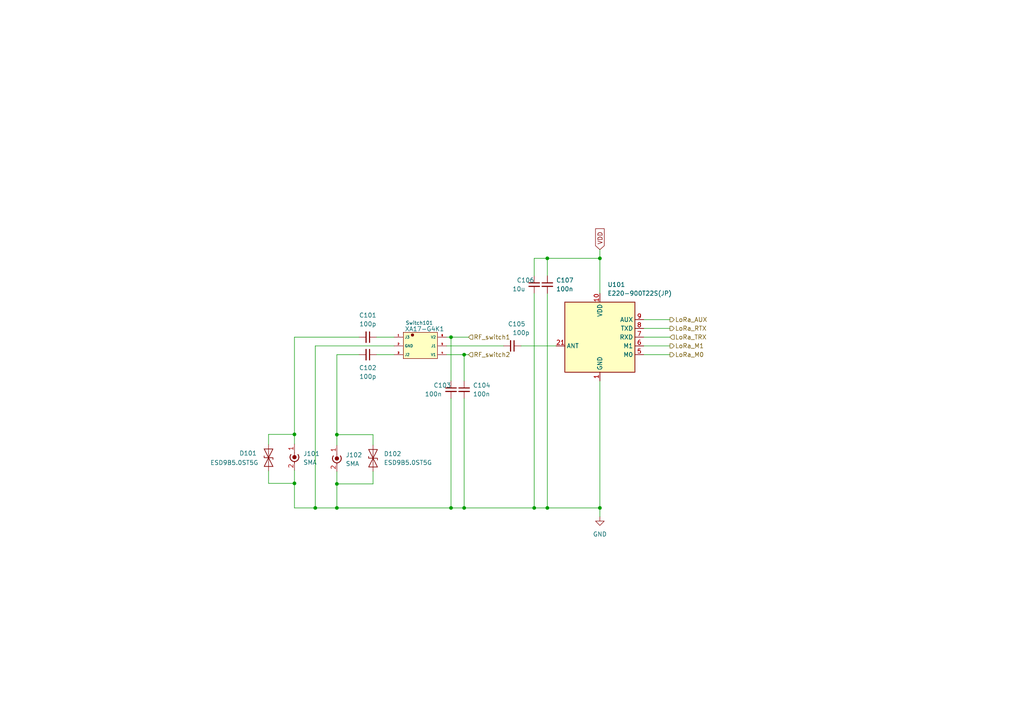
<source format=kicad_sch>
(kicad_sch
	(version 20231120)
	(generator "eeschema")
	(generator_version "8.0")
	(uuid "d339b9d8-51a7-460e-bb19-8d8c25d3e2aa")
	(paper "A4")
	(lib_symbols
		(symbol "Connector:Conn_Coaxial_Power"
			(pin_names
				(offset 1.016) hide)
			(exclude_from_sim no)
			(in_bom yes)
			(on_board yes)
			(property "Reference" "J"
				(at -5.08 -1.27 90)
				(effects
					(font
						(size 1.27 1.27)
					)
				)
			)
			(property "Value" "Conn_Coaxial_Power"
				(at -3.175 -1.27 90)
				(effects
					(font
						(size 1.27 1.27)
					)
				)
			)
			(property "Footprint" ""
				(at 0 -1.27 0)
				(effects
					(font
						(size 1.27 1.27)
					)
					(hide yes)
				)
			)
			(property "Datasheet" "~"
				(at 0 -1.27 0)
				(effects
					(font
						(size 1.27 1.27)
					)
					(hide yes)
				)
			)
			(property "Description" "coaxial connector (BNC, SMA, SMB, SMC, Cinch/RCA, LEMO, ...)"
				(at 0 0 0)
				(effects
					(font
						(size 1.27 1.27)
					)
					(hide yes)
				)
			)
			(property "ki_keywords" "BNC SMA SMB SMC LEMO coaxial connector CINCH RCA"
				(at 0 0 0)
				(effects
					(font
						(size 1.27 1.27)
					)
					(hide yes)
				)
			)
			(property "ki_fp_filters" "*BNC* *SMA* *SMB* *SMC* *Cinch* *LEMO*"
				(at 0 0 0)
				(effects
					(font
						(size 1.27 1.27)
					)
					(hide yes)
				)
			)
			(symbol "Conn_Coaxial_Power_0_1"
				(arc
					(start -1.27 -1.27)
					(mid 0 -2.5345)
					(end 1.27 -1.27)
					(stroke
						(width 0.254)
						(type default)
					)
					(fill
						(type none)
					)
				)
				(arc
					(start -1.016 -0.508)
					(mid -1.2048 -0.8684)
					(end -1.27 -1.27)
					(stroke
						(width 0.254)
						(type default)
					)
					(fill
						(type none)
					)
				)
				(circle
					(center 0 -1.27)
					(radius 0.508)
					(stroke
						(width 0.2032)
						(type default)
					)
					(fill
						(type outline)
					)
				)
				(polyline
					(pts
						(xy 0 -2.54) (xy 0 -3.048)
					)
					(stroke
						(width 0)
						(type default)
					)
					(fill
						(type none)
					)
				)
				(polyline
					(pts
						(xy 0 0) (xy 0 -1.27)
					)
					(stroke
						(width 0)
						(type default)
					)
					(fill
						(type none)
					)
				)
				(arc
					(start 1.27 -1.27)
					(mid 1.2048 -0.8684)
					(end 1.016 -0.508)
					(stroke
						(width 0.254)
						(type default)
					)
					(fill
						(type none)
					)
				)
			)
			(symbol "Conn_Coaxial_Power_1_1"
				(pin passive line
					(at 0 2.54 270)
					(length 2.54)
					(name "In"
						(effects
							(font
								(size 1.27 1.27)
							)
						)
					)
					(number "1"
						(effects
							(font
								(size 1.27 1.27)
							)
						)
					)
				)
				(pin passive line
					(at 0 -5.08 90)
					(length 2.54)
					(name "Ext"
						(effects
							(font
								(size 1.27 1.27)
							)
						)
					)
					(number "2"
						(effects
							(font
								(size 1.27 1.27)
							)
						)
					)
				)
			)
		)
		(symbol "Device:C_Small"
			(pin_numbers hide)
			(pin_names
				(offset 0.254) hide)
			(exclude_from_sim no)
			(in_bom yes)
			(on_board yes)
			(property "Reference" "C"
				(at 0.254 1.778 0)
				(effects
					(font
						(size 1.27 1.27)
					)
					(justify left)
				)
			)
			(property "Value" "C_Small"
				(at 0.254 -2.032 0)
				(effects
					(font
						(size 1.27 1.27)
					)
					(justify left)
				)
			)
			(property "Footprint" ""
				(at 0 0 0)
				(effects
					(font
						(size 1.27 1.27)
					)
					(hide yes)
				)
			)
			(property "Datasheet" "~"
				(at 0 0 0)
				(effects
					(font
						(size 1.27 1.27)
					)
					(hide yes)
				)
			)
			(property "Description" "Unpolarized capacitor, small symbol"
				(at 0 0 0)
				(effects
					(font
						(size 1.27 1.27)
					)
					(hide yes)
				)
			)
			(property "ki_keywords" "capacitor cap"
				(at 0 0 0)
				(effects
					(font
						(size 1.27 1.27)
					)
					(hide yes)
				)
			)
			(property "ki_fp_filters" "C_*"
				(at 0 0 0)
				(effects
					(font
						(size 1.27 1.27)
					)
					(hide yes)
				)
			)
			(symbol "C_Small_0_1"
				(polyline
					(pts
						(xy -1.524 -0.508) (xy 1.524 -0.508)
					)
					(stroke
						(width 0.3302)
						(type default)
					)
					(fill
						(type none)
					)
				)
				(polyline
					(pts
						(xy -1.524 0.508) (xy 1.524 0.508)
					)
					(stroke
						(width 0.3048)
						(type default)
					)
					(fill
						(type none)
					)
				)
			)
			(symbol "C_Small_1_1"
				(pin passive line
					(at 0 2.54 270)
					(length 2.032)
					(name "~"
						(effects
							(font
								(size 1.27 1.27)
							)
						)
					)
					(number "1"
						(effects
							(font
								(size 1.27 1.27)
							)
						)
					)
				)
				(pin passive line
					(at 0 -2.54 90)
					(length 2.032)
					(name "~"
						(effects
							(font
								(size 1.27 1.27)
							)
						)
					)
					(number "2"
						(effects
							(font
								(size 1.27 1.27)
							)
						)
					)
				)
			)
		)
		(symbol "Diode:ESD9B5.0ST5G"
			(pin_numbers hide)
			(pin_names
				(offset 1.016) hide)
			(exclude_from_sim no)
			(in_bom yes)
			(on_board yes)
			(property "Reference" "D"
				(at 0 2.54 0)
				(effects
					(font
						(size 1.27 1.27)
					)
				)
			)
			(property "Value" "ESD9B5.0ST5G"
				(at 0 -2.54 0)
				(effects
					(font
						(size 1.27 1.27)
					)
				)
			)
			(property "Footprint" "Diode_SMD:D_SOD-923"
				(at 0 0 0)
				(effects
					(font
						(size 1.27 1.27)
					)
					(hide yes)
				)
			)
			(property "Datasheet" "https://www.onsemi.com/pub/Collateral/ESD9B-D.PDF"
				(at 0 0 0)
				(effects
					(font
						(size 1.27 1.27)
					)
					(hide yes)
				)
			)
			(property "Description" "ESD protection diode, 5.0Vrwm, SOD-923"
				(at 0 0 0)
				(effects
					(font
						(size 1.27 1.27)
					)
					(hide yes)
				)
			)
			(property "ki_keywords" "diode TVS ESD"
				(at 0 0 0)
				(effects
					(font
						(size 1.27 1.27)
					)
					(hide yes)
				)
			)
			(property "ki_fp_filters" "D*SOD?923*"
				(at 0 0 0)
				(effects
					(font
						(size 1.27 1.27)
					)
					(hide yes)
				)
			)
			(symbol "ESD9B5.0ST5G_0_1"
				(polyline
					(pts
						(xy 1.27 0) (xy -1.27 0)
					)
					(stroke
						(width 0)
						(type default)
					)
					(fill
						(type none)
					)
				)
				(polyline
					(pts
						(xy -2.54 -1.27) (xy 0 0) (xy -2.54 1.27) (xy -2.54 -1.27)
					)
					(stroke
						(width 0.2032)
						(type default)
					)
					(fill
						(type none)
					)
				)
				(polyline
					(pts
						(xy 0.508 1.27) (xy 0 1.27) (xy 0 -1.27) (xy -0.508 -1.27)
					)
					(stroke
						(width 0.2032)
						(type default)
					)
					(fill
						(type none)
					)
				)
				(polyline
					(pts
						(xy 2.54 1.27) (xy 2.54 -1.27) (xy 0 0) (xy 2.54 1.27)
					)
					(stroke
						(width 0.2032)
						(type default)
					)
					(fill
						(type none)
					)
				)
			)
			(symbol "ESD9B5.0ST5G_1_1"
				(pin passive line
					(at -3.81 0 0)
					(length 2.54)
					(name "A1"
						(effects
							(font
								(size 1.27 1.27)
							)
						)
					)
					(number "1"
						(effects
							(font
								(size 1.27 1.27)
							)
						)
					)
				)
				(pin passive line
					(at 3.81 0 180)
					(length 2.54)
					(name "A2"
						(effects
							(font
								(size 1.27 1.27)
							)
						)
					)
					(number "2"
						(effects
							(font
								(size 1.27 1.27)
							)
						)
					)
				)
			)
		)
		(symbol "RF_Module_additional:E220-900T22S(JP)"
			(exclude_from_sim no)
			(in_bom yes)
			(on_board yes)
			(property "Reference" "U"
				(at -8.89 11.43 0)
				(effects
					(font
						(size 1.27 1.27)
					)
				)
			)
			(property "Value" "E220-900T22S(JP)"
				(at 11.43 11.43 0)
				(effects
					(font
						(size 1.27 1.27)
					)
				)
			)
			(property "Footprint" "RF_Module_additional:E220-900T22S(JP)"
				(at 0 0 0)
				(effects
					(font
						(size 1.27 1.27)
					)
					(hide yes)
				)
			)
			(property "Datasheet" "https://dragon-torch.tech/wp-content/uploads/2023/05/data_sheet_Rev1.4.pdf"
				(at 7.62 -11.43 0)
				(effects
					(font
						(size 1.27 1.27)
					)
					(hide yes)
				)
			)
			(property "Description" "920MHz LoRa Module, comply with Japanese wireless regulation"
				(at 0 0 0)
				(effects
					(font
						(size 1.27 1.27)
					)
					(hide yes)
				)
			)
			(property "ki_keywords" "RF 920 920MHz LoRa Module"
				(at 0 0 0)
				(effects
					(font
						(size 1.27 1.27)
					)
					(hide yes)
				)
			)
			(symbol "E220-900T22S(JP)_0_1"
				(rectangle
					(start -10.16 10.16)
					(end 10.16 -10.16)
					(stroke
						(width 0.254)
						(type default)
					)
					(fill
						(type background)
					)
				)
			)
			(symbol "E220-900T22S(JP)_1_1"
				(pin power_in line
					(at 0 -12.7 90)
					(length 2.54)
					(name "GND"
						(effects
							(font
								(size 1.27 1.27)
							)
						)
					)
					(number "1"
						(effects
							(font
								(size 1.27 1.27)
							)
						)
					)
				)
				(pin power_in line
					(at 0 12.7 270)
					(length 2.54)
					(name "VDD"
						(effects
							(font
								(size 1.27 1.27)
							)
						)
					)
					(number "10"
						(effects
							(font
								(size 1.27 1.27)
							)
						)
					)
				)
				(pin passive line
					(at 0 -12.7 90)
					(length 2.54) hide
					(name "GND"
						(effects
							(font
								(size 1.27 1.27)
							)
						)
					)
					(number "11"
						(effects
							(font
								(size 1.27 1.27)
							)
						)
					)
				)
				(pin passive line
					(at 0 -12.7 90)
					(length 2.54) hide
					(name "GND"
						(effects
							(font
								(size 1.27 1.27)
							)
						)
					)
					(number "13"
						(effects
							(font
								(size 1.27 1.27)
							)
						)
					)
				)
				(pin passive line
					(at 0 -12.7 90)
					(length 2.54) hide
					(name "GND"
						(effects
							(font
								(size 1.27 1.27)
							)
						)
					)
					(number "19"
						(effects
							(font
								(size 1.27 1.27)
							)
						)
					)
				)
				(pin passive line
					(at 0 -12.7 90)
					(length 2.54) hide
					(name "GND"
						(effects
							(font
								(size 1.27 1.27)
							)
						)
					)
					(number "2"
						(effects
							(font
								(size 1.27 1.27)
							)
						)
					)
				)
				(pin passive line
					(at 0 -12.7 90)
					(length 2.54) hide
					(name "GND"
						(effects
							(font
								(size 1.27 1.27)
							)
						)
					)
					(number "20"
						(effects
							(font
								(size 1.27 1.27)
							)
						)
					)
				)
				(pin power_in line
					(at -12.7 -2.54 0)
					(length 2.54)
					(name "ANT"
						(effects
							(font
								(size 1.27 1.27)
							)
						)
					)
					(number "21"
						(effects
							(font
								(size 1.27 1.27)
							)
						)
					)
				)
				(pin passive line
					(at 0 -12.7 90)
					(length 2.54) hide
					(name "GND"
						(effects
							(font
								(size 1.27 1.27)
							)
						)
					)
					(number "22"
						(effects
							(font
								(size 1.27 1.27)
							)
						)
					)
				)
				(pin passive line
					(at 0 -12.7 90)
					(length 2.54) hide
					(name "GND"
						(effects
							(font
								(size 1.27 1.27)
							)
						)
					)
					(number "3"
						(effects
							(font
								(size 1.27 1.27)
							)
						)
					)
				)
				(pin passive line
					(at 0 -12.7 90)
					(length 2.54) hide
					(name "GND"
						(effects
							(font
								(size 1.27 1.27)
							)
						)
					)
					(number "4"
						(effects
							(font
								(size 1.27 1.27)
							)
						)
					)
				)
				(pin input line
					(at 12.7 -5.08 180)
					(length 2.54)
					(name "M0"
						(effects
							(font
								(size 1.27 1.27)
							)
						)
					)
					(number "5"
						(effects
							(font
								(size 1.27 1.27)
							)
						)
					)
				)
				(pin input line
					(at 12.7 -2.54 180)
					(length 2.54)
					(name "M1"
						(effects
							(font
								(size 1.27 1.27)
							)
						)
					)
					(number "6"
						(effects
							(font
								(size 1.27 1.27)
							)
						)
					)
				)
				(pin input line
					(at 12.7 0 180)
					(length 2.54)
					(name "RXD"
						(effects
							(font
								(size 1.27 1.27)
							)
						)
					)
					(number "7"
						(effects
							(font
								(size 1.27 1.27)
							)
						)
					)
				)
				(pin output line
					(at 12.7 2.54 180)
					(length 2.54)
					(name "TXD"
						(effects
							(font
								(size 1.27 1.27)
							)
						)
					)
					(number "8"
						(effects
							(font
								(size 1.27 1.27)
							)
						)
					)
				)
				(pin output line
					(at 12.7 5.08 180)
					(length 2.54)
					(name "AUX"
						(effects
							(font
								(size 1.27 1.27)
							)
						)
					)
					(number "9"
						(effects
							(font
								(size 1.27 1.27)
							)
						)
					)
				)
			)
		)
		(symbol "XA17-G4K:XA17-G4K"
			(exclude_from_sim no)
			(in_bom yes)
			(on_board yes)
			(property "Reference" "XA17-G4K"
				(at 2.921 5.08 0)
				(effects
					(font
						(size 1.016 1.016)
					)
				)
			)
			(property "Value" ""
				(at 0 0 0)
				(effects
					(font
						(size 1.27 1.27)
					)
				)
			)
			(property "Footprint" ""
				(at 0 0 0)
				(effects
					(font
						(size 1.27 1.27)
					)
					(hide yes)
				)
			)
			(property "Datasheet" ""
				(at 0 0 0)
				(effects
					(font
						(size 1.27 1.27)
					)
					(hide yes)
				)
			)
			(property "Description" ""
				(at 0 0 0)
				(effects
					(font
						(size 1.27 1.27)
					)
					(hide yes)
				)
			)
			(symbol "XA17-G4K_1_1"
				(rectangle
					(start -4.953 3.937)
					(end 4.953 -3.683)
					(stroke
						(width 0)
						(type solid)
					)
					(fill
						(type background)
					)
				)
				(circle
					(center -2.286 3.175)
					(radius 0.381)
					(stroke
						(width 0)
						(type default)
					)
					(fill
						(type outline)
					)
				)
				(pin free line
					(at -7.62 2.54 0)
					(length 2.54)
					(name "J3"
						(effects
							(font
								(size 0.762 0.762)
							)
						)
					)
					(number "1"
						(effects
							(font
								(size 0.508 0.508)
							)
						)
					)
				)
				(pin free line
					(at -7.62 0 0)
					(length 2.54)
					(name "GND"
						(effects
							(font
								(size 0.762 0.762)
							)
						)
					)
					(number "2"
						(effects
							(font
								(size 0.508 0.508)
							)
						)
					)
				)
				(pin free line
					(at -7.62 -2.54 0)
					(length 2.54)
					(name "J2"
						(effects
							(font
								(size 0.762 0.762)
							)
						)
					)
					(number "3"
						(effects
							(font
								(size 0.508 0.508)
							)
						)
					)
				)
				(pin free line
					(at 7.62 -2.54 180)
					(length 2.54)
					(name "V1"
						(effects
							(font
								(size 0.762 0.762)
							)
						)
					)
					(number "4"
						(effects
							(font
								(size 0.508 0.508)
							)
						)
					)
				)
				(pin free line
					(at 7.62 0 180)
					(length 2.54)
					(name "J1"
						(effects
							(font
								(size 0.762 0.762)
							)
						)
					)
					(number "5"
						(effects
							(font
								(size 0.508 0.508)
							)
						)
					)
				)
				(pin free line
					(at 7.62 2.54 180)
					(length 2.54)
					(name "V2"
						(effects
							(font
								(size 0.762 0.762)
							)
						)
					)
					(number "6"
						(effects
							(font
								(size 0.508 0.508)
							)
						)
					)
				)
			)
		)
		(symbol "power:GND"
			(power)
			(pin_names
				(offset 0)
			)
			(exclude_from_sim no)
			(in_bom yes)
			(on_board yes)
			(property "Reference" "#PWR"
				(at 0 -6.35 0)
				(effects
					(font
						(size 1.27 1.27)
					)
					(hide yes)
				)
			)
			(property "Value" "GND"
				(at 0 -3.81 0)
				(effects
					(font
						(size 1.27 1.27)
					)
				)
			)
			(property "Footprint" ""
				(at 0 0 0)
				(effects
					(font
						(size 1.27 1.27)
					)
					(hide yes)
				)
			)
			(property "Datasheet" ""
				(at 0 0 0)
				(effects
					(font
						(size 1.27 1.27)
					)
					(hide yes)
				)
			)
			(property "Description" "Power symbol creates a global label with name \"GND\" , ground"
				(at 0 0 0)
				(effects
					(font
						(size 1.27 1.27)
					)
					(hide yes)
				)
			)
			(property "ki_keywords" "global power"
				(at 0 0 0)
				(effects
					(font
						(size 1.27 1.27)
					)
					(hide yes)
				)
			)
			(symbol "GND_0_1"
				(polyline
					(pts
						(xy 0 0) (xy 0 -1.27) (xy 1.27 -1.27) (xy 0 -2.54) (xy -1.27 -1.27) (xy 0 -1.27)
					)
					(stroke
						(width 0)
						(type default)
					)
					(fill
						(type none)
					)
				)
			)
			(symbol "GND_1_1"
				(pin power_in line
					(at 0 0 270)
					(length 0) hide
					(name "GND"
						(effects
							(font
								(size 1.27 1.27)
							)
						)
					)
					(number "1"
						(effects
							(font
								(size 1.27 1.27)
							)
						)
					)
				)
			)
		)
	)
	(junction
		(at 97.7064 126.0682)
		(diameter 0)
		(color 0 0 0 0)
		(uuid "05754398-e7f5-4454-ac2a-933e971a1868")
	)
	(junction
		(at 85.4018 140.1958)
		(diameter 0)
		(color 0 0 0 0)
		(uuid "2e6dd3c6-1ecc-48ae-b7b8-9f1d510423bd")
	)
	(junction
		(at 173.99 147.32)
		(diameter 0)
		(color 0 0 0 0)
		(uuid "355c01bf-ab79-4dd5-ba30-ae79abea33c3")
	)
	(junction
		(at 134.62 147.32)
		(diameter 0)
		(color 0 0 0 0)
		(uuid "37e715de-c5a2-4a99-8770-c59eed230a88")
	)
	(junction
		(at 173.99 74.93)
		(diameter 0)
		(color 0 0 0 0)
		(uuid "57ffcb14-8225-4f1d-8075-ee953724838f")
	)
	(junction
		(at 130.81 97.79)
		(diameter 0)
		(color 0 0 0 0)
		(uuid "7fa13b85-998a-476b-9ec9-941b405ad4be")
	)
	(junction
		(at 154.94 147.32)
		(diameter 0)
		(color 0 0 0 0)
		(uuid "8ec9b8d2-7105-4836-829c-0c4793ed3a9c")
	)
	(junction
		(at 134.62 102.87)
		(diameter 0)
		(color 0 0 0 0)
		(uuid "9acd7f40-5dab-4e9f-a255-d1235bf804c6")
	)
	(junction
		(at 158.75 147.32)
		(diameter 0)
		(color 0 0 0 0)
		(uuid "a8aa2793-baf2-483b-b20a-337b66a83a8b")
	)
	(junction
		(at 97.7064 140.3477)
		(diameter 0)
		(color 0 0 0 0)
		(uuid "c008021d-75b5-4a84-ae43-b2ee38dd3261")
	)
	(junction
		(at 130.81 147.32)
		(diameter 0)
		(color 0 0 0 0)
		(uuid "d2395486-833f-43c5-80e4-dcb9a8e18af7")
	)
	(junction
		(at 97.7064 147.32)
		(diameter 0)
		(color 0 0 0 0)
		(uuid "d3e385f2-3460-43cf-8bf1-608a1a8f1d21")
	)
	(junction
		(at 85.4018 125.9922)
		(diameter 0)
		(color 0 0 0 0)
		(uuid "e2550b78-0d45-4260-a772-867c2435fe04")
	)
	(junction
		(at 91.44 147.32)
		(diameter 0)
		(color 0 0 0 0)
		(uuid "ea4332a6-3a60-4e7f-b42e-f10166e6ee0b")
	)
	(junction
		(at 158.75 74.93)
		(diameter 0)
		(color 0 0 0 0)
		(uuid "f057d2b7-87b3-41bc-9666-cdd1a9a7936c")
	)
	(wire
		(pts
			(xy 85.4018 136.4082) (xy 85.4018 140.1958)
		)
		(stroke
			(width 0)
			(type default)
		)
		(uuid "06cd50a1-1287-4dcc-a968-a6846473d675")
	)
	(wire
		(pts
			(xy 154.94 147.32) (xy 158.75 147.32)
		)
		(stroke
			(width 0)
			(type default)
		)
		(uuid "09c5680e-351b-446a-8e75-fba7b9a1a3ad")
	)
	(wire
		(pts
			(xy 158.75 74.93) (xy 158.75 80.01)
		)
		(stroke
			(width 0)
			(type default)
		)
		(uuid "0bbed2cd-98e4-4fcd-b7ad-88f6edbf5cee")
	)
	(wire
		(pts
			(xy 97.7064 126.0682) (xy 97.7064 129.1679)
		)
		(stroke
			(width 0)
			(type default)
		)
		(uuid "17503497-1a37-448d-a64c-7342f8c0f37d")
	)
	(wire
		(pts
			(xy 173.99 147.32) (xy 173.99 149.86)
		)
		(stroke
			(width 0)
			(type default)
		)
		(uuid "182fb241-c2a4-4a2d-86ce-45b9e67cdba7")
	)
	(wire
		(pts
			(xy 108.1976 126.0682) (xy 97.7064 126.0682)
		)
		(stroke
			(width 0)
			(type default)
		)
		(uuid "18cd8214-5ff2-40d9-ac04-286462b59c9e")
	)
	(wire
		(pts
			(xy 130.81 97.79) (xy 135.89 97.79)
		)
		(stroke
			(width 0)
			(type default)
		)
		(uuid "24a909a9-0a62-40a2-8b3d-bd5775e94d99")
	)
	(wire
		(pts
			(xy 109.22 102.87) (xy 114.3 102.87)
		)
		(stroke
			(width 0)
			(type default)
		)
		(uuid "24d8b603-d3cf-4117-85f7-8352c730e6a9")
	)
	(wire
		(pts
			(xy 91.44 147.32) (xy 97.7064 147.32)
		)
		(stroke
			(width 0)
			(type default)
		)
		(uuid "318dd322-0d38-43d6-8030-27637c079724")
	)
	(wire
		(pts
			(xy 194.31 95.25) (xy 186.69 95.25)
		)
		(stroke
			(width 0)
			(type default)
		)
		(uuid "35b049f7-4421-4c0b-a0c7-fd996386beaf")
	)
	(wire
		(pts
			(xy 158.75 147.32) (xy 173.99 147.32)
		)
		(stroke
			(width 0)
			(type default)
		)
		(uuid "3d9c3178-d3af-4b4b-b4b0-5de4af503508")
	)
	(wire
		(pts
			(xy 108.1976 136.7141) (xy 108.1976 140.3477)
		)
		(stroke
			(width 0)
			(type default)
		)
		(uuid "42f0f5fb-d679-4cca-8b2e-ad7593110c46")
	)
	(wire
		(pts
			(xy 104.14 97.79) (xy 85.4018 97.79)
		)
		(stroke
			(width 0)
			(type default)
		)
		(uuid "4386dfd1-1cfc-4699-801a-be31b9d4d038")
	)
	(wire
		(pts
			(xy 194.31 100.33) (xy 186.69 100.33)
		)
		(stroke
			(width 0)
			(type default)
		)
		(uuid "487fc7eb-0e39-4365-9eb7-696ac6d007f6")
	)
	(wire
		(pts
			(xy 158.75 85.09) (xy 158.75 147.32)
		)
		(stroke
			(width 0)
			(type default)
		)
		(uuid "4920bcdd-325a-465b-8e4d-7514f699b0a9")
	)
	(wire
		(pts
			(xy 173.99 74.93) (xy 173.99 85.09)
		)
		(stroke
			(width 0)
			(type default)
		)
		(uuid "4be6cb6a-284d-4370-acd2-45a1b427dd85")
	)
	(wire
		(pts
			(xy 134.62 115.57) (xy 134.62 147.32)
		)
		(stroke
			(width 0)
			(type default)
		)
		(uuid "508ed199-6729-4873-a2fc-555df9482330")
	)
	(wire
		(pts
			(xy 134.62 102.87) (xy 134.62 110.49)
		)
		(stroke
			(width 0)
			(type default)
		)
		(uuid "51b0bcaf-3b37-44c3-874d-dfe68ec92947")
	)
	(wire
		(pts
			(xy 77.8917 136.5622) (xy 77.8917 140.1958)
		)
		(stroke
			(width 0)
			(type default)
		)
		(uuid "52861cce-e615-402d-9f6d-d015f682dd71")
	)
	(wire
		(pts
			(xy 77.8917 128.9422) (xy 77.8917 125.9922)
		)
		(stroke
			(width 0)
			(type default)
		)
		(uuid "616f9c31-c307-43ba-9c90-3d7b0c591f5a")
	)
	(wire
		(pts
			(xy 97.7064 147.32) (xy 130.81 147.32)
		)
		(stroke
			(width 0)
			(type default)
		)
		(uuid "617bcfb3-88be-4619-85c2-f3cb2d12ec78")
	)
	(wire
		(pts
			(xy 134.62 102.87) (xy 135.89 102.87)
		)
		(stroke
			(width 0)
			(type default)
		)
		(uuid "63e8a014-1629-450a-8a9e-f26d30b72e3d")
	)
	(wire
		(pts
			(xy 108.1976 140.3477) (xy 97.7064 140.3477)
		)
		(stroke
			(width 0)
			(type default)
		)
		(uuid "64e35c12-dd5d-489f-a470-638c3cec9d33")
	)
	(wire
		(pts
			(xy 186.69 97.79) (xy 194.31 97.79)
		)
		(stroke
			(width 0)
			(type default)
		)
		(uuid "6e2f2a86-94df-437a-bb89-1921fa4426ea")
	)
	(wire
		(pts
			(xy 129.54 97.79) (xy 130.81 97.79)
		)
		(stroke
			(width 0)
			(type default)
		)
		(uuid "6e54de74-ca99-4aa7-8f4d-9ae375d98134")
	)
	(wire
		(pts
			(xy 91.44 100.33) (xy 91.44 147.32)
		)
		(stroke
			(width 0)
			(type default)
		)
		(uuid "7037183a-4a15-4924-95f0-461ca1f7de17")
	)
	(wire
		(pts
			(xy 97.7064 140.3477) (xy 97.7064 147.32)
		)
		(stroke
			(width 0)
			(type default)
		)
		(uuid "76a67cef-ed16-449b-b8a8-b78ce7fdc53d")
	)
	(wire
		(pts
			(xy 154.94 85.09) (xy 154.94 147.32)
		)
		(stroke
			(width 0)
			(type default)
		)
		(uuid "77c958a1-9195-407b-b058-68c29f69b00c")
	)
	(wire
		(pts
			(xy 114.3 97.79) (xy 109.22 97.79)
		)
		(stroke
			(width 0)
			(type default)
		)
		(uuid "7bbe442c-7539-4010-bdff-d727731922b1")
	)
	(wire
		(pts
			(xy 173.99 72.39) (xy 173.99 74.93)
		)
		(stroke
			(width 0)
			(type default)
		)
		(uuid "7e332e91-c1d9-4e3e-8bf7-f0eeed868f41")
	)
	(wire
		(pts
			(xy 97.7064 102.87) (xy 104.14 102.87)
		)
		(stroke
			(width 0)
			(type default)
		)
		(uuid "80672e7b-a472-4be8-8605-fff90f37deed")
	)
	(wire
		(pts
			(xy 186.69 92.71) (xy 194.31 92.71)
		)
		(stroke
			(width 0)
			(type default)
		)
		(uuid "8069b63b-a7ee-4ae7-803b-f9b6e62dda2a")
	)
	(wire
		(pts
			(xy 129.54 102.87) (xy 134.62 102.87)
		)
		(stroke
			(width 0)
			(type default)
		)
		(uuid "80c95b3e-1e04-4ee5-8cc1-679e7e7e3ce6")
	)
	(wire
		(pts
			(xy 154.94 74.93) (xy 158.75 74.93)
		)
		(stroke
			(width 0)
			(type default)
		)
		(uuid "84033989-2ce9-4450-8815-c570a74fc22e")
	)
	(wire
		(pts
			(xy 114.3 100.33) (xy 91.44 100.33)
		)
		(stroke
			(width 0)
			(type default)
		)
		(uuid "85790077-733a-4ff0-b74f-ba99a817228f")
	)
	(wire
		(pts
			(xy 129.54 100.33) (xy 146.05 100.33)
		)
		(stroke
			(width 0)
			(type default)
		)
		(uuid "860559a2-076c-4c17-b8ab-7052185cbb90")
	)
	(wire
		(pts
			(xy 134.62 147.32) (xy 154.94 147.32)
		)
		(stroke
			(width 0)
			(type default)
		)
		(uuid "890a9cde-fd4b-417f-a027-5c957ea5083f")
	)
	(wire
		(pts
			(xy 85.4018 97.79) (xy 85.4018 125.9922)
		)
		(stroke
			(width 0)
			(type default)
		)
		(uuid "8ade3cc5-7670-48e4-ab4d-09ec30953f0a")
	)
	(wire
		(pts
			(xy 97.7064 102.87) (xy 97.7064 126.0682)
		)
		(stroke
			(width 0)
			(type default)
		)
		(uuid "8ba0b758-df27-44cc-ac41-5cf64a7ef758")
	)
	(wire
		(pts
			(xy 85.4018 147.32) (xy 91.44 147.32)
		)
		(stroke
			(width 0)
			(type default)
		)
		(uuid "8daeee9c-1b94-402b-911f-1d4d26482842")
	)
	(wire
		(pts
			(xy 154.94 80.01) (xy 154.94 74.93)
		)
		(stroke
			(width 0)
			(type default)
		)
		(uuid "96d28f05-2242-49d2-bbbb-98c5eea2c51a")
	)
	(wire
		(pts
			(xy 77.8917 140.1958) (xy 85.4018 140.1958)
		)
		(stroke
			(width 0)
			(type default)
		)
		(uuid "a04e00f8-269d-469e-acc3-14cfb738a24f")
	)
	(wire
		(pts
			(xy 97.7064 136.7879) (xy 97.7064 140.3477)
		)
		(stroke
			(width 0)
			(type default)
		)
		(uuid "a5483205-669c-4a00-af5d-c4b4b1387cc8")
	)
	(wire
		(pts
			(xy 108.1976 129.0941) (xy 108.1976 126.0682)
		)
		(stroke
			(width 0)
			(type default)
		)
		(uuid "a95db9c5-7e1f-4592-b3fd-275556ceb256")
	)
	(wire
		(pts
			(xy 85.4018 125.9922) (xy 85.4018 128.7882)
		)
		(stroke
			(width 0)
			(type default)
		)
		(uuid "ad520e63-7e65-4835-bf96-86e5b3ee5452")
	)
	(wire
		(pts
			(xy 173.99 110.49) (xy 173.99 147.32)
		)
		(stroke
			(width 0)
			(type default)
		)
		(uuid "b0878cb7-e771-4d0e-99a7-9f13b16ee4ad")
	)
	(wire
		(pts
			(xy 130.81 97.79) (xy 130.81 110.49)
		)
		(stroke
			(width 0)
			(type default)
		)
		(uuid "baa1fe78-877a-442c-abe5-1f2c58ea8235")
	)
	(wire
		(pts
			(xy 77.8917 125.9922) (xy 85.4018 125.9922)
		)
		(stroke
			(width 0)
			(type default)
		)
		(uuid "baa9ce80-170b-4862-800f-393addb06d77")
	)
	(wire
		(pts
			(xy 85.4018 140.1958) (xy 85.4018 147.32)
		)
		(stroke
			(width 0)
			(type default)
		)
		(uuid "c47c827a-2b27-4f86-a8e7-508bc0dda052")
	)
	(wire
		(pts
			(xy 186.69 102.87) (xy 194.31 102.87)
		)
		(stroke
			(width 0)
			(type default)
		)
		(uuid "cab9b73e-0794-4d40-8c30-8473fd9820e9")
	)
	(wire
		(pts
			(xy 130.81 147.32) (xy 134.62 147.32)
		)
		(stroke
			(width 0)
			(type default)
		)
		(uuid "da501897-9043-4118-86f1-306a3619d923")
	)
	(wire
		(pts
			(xy 151.13 100.33) (xy 161.29 100.33)
		)
		(stroke
			(width 0)
			(type default)
		)
		(uuid "e0f3c9a7-a9d5-47c4-8041-682aaeeb65d7")
	)
	(wire
		(pts
			(xy 158.75 74.93) (xy 173.99 74.93)
		)
		(stroke
			(width 0)
			(type default)
		)
		(uuid "e4ba0dde-fcf8-4b39-97e9-02be8e3130dd")
	)
	(wire
		(pts
			(xy 130.81 115.57) (xy 130.81 147.32)
		)
		(stroke
			(width 0)
			(type default)
		)
		(uuid "e89cf384-6eea-4803-9e45-3a29af9f5e16")
	)
	(global_label "VDD"
		(shape input)
		(at 173.99 72.39 90)
		(fields_autoplaced yes)
		(effects
			(font
				(size 1.27 1.27)
			)
			(justify left)
		)
		(uuid "92f3ab37-83c7-498e-b38d-f33b4c137008")
		(property "Intersheetrefs" "${INTERSHEET_REFS}"
			(at 173.99 65.7762 90)
			(effects
				(font
					(size 1.27 1.27)
				)
				(justify left)
				(hide yes)
			)
		)
	)
	(hierarchical_label "LoRa_M0"
		(shape output)
		(at 194.31 102.87 0)
		(fields_autoplaced yes)
		(effects
			(font
				(size 1.27 1.27)
			)
			(justify left)
		)
		(uuid "0037211b-aaa7-4823-bcd5-63ac6d0e9f53")
	)
	(hierarchical_label "LoRa_AUX"
		(shape output)
		(at 194.31 92.71 0)
		(fields_autoplaced yes)
		(effects
			(font
				(size 1.27 1.27)
			)
			(justify left)
		)
		(uuid "2c9a0029-76b4-47eb-80ae-ef665d58823d")
	)
	(hierarchical_label "RF_switch2"
		(shape input)
		(at 135.89 102.87 0)
		(fields_autoplaced yes)
		(effects
			(font
				(size 1.27 1.27)
			)
			(justify left)
		)
		(uuid "403aa32d-ef46-4a53-9677-ca11344810a7")
	)
	(hierarchical_label "LoRa_M1"
		(shape output)
		(at 194.31 100.33 0)
		(fields_autoplaced yes)
		(effects
			(font
				(size 1.27 1.27)
			)
			(justify left)
		)
		(uuid "9a3fe4a3-b2d5-4d47-9469-048d39e88567")
	)
	(hierarchical_label "LoRa_RTX"
		(shape output)
		(at 194.31 95.25 0)
		(fields_autoplaced yes)
		(effects
			(font
				(size 1.27 1.27)
			)
			(justify left)
		)
		(uuid "a12fddad-04ab-413b-bd1c-a0c82f705466")
	)
	(hierarchical_label "LoRa_TRX"
		(shape input)
		(at 194.31 97.79 0)
		(fields_autoplaced yes)
		(effects
			(font
				(size 1.27 1.27)
			)
			(justify left)
		)
		(uuid "b4c040f4-72b7-4e68-a213-ac1b2004fa4d")
	)
	(hierarchical_label "RF_switch1"
		(shape input)
		(at 135.89 97.79 0)
		(fields_autoplaced yes)
		(effects
			(font
				(size 1.27 1.27)
			)
			(justify left)
		)
		(uuid "e5784af7-f52d-4392-b539-a1d12688e68d")
	)
	(symbol
		(lib_id "power:GND")
		(at 173.99 149.86 0)
		(unit 1)
		(exclude_from_sim no)
		(in_bom yes)
		(on_board yes)
		(dnp no)
		(fields_autoplaced yes)
		(uuid "14349938-dfe3-48cb-b1e2-a2ce153809ad")
		(property "Reference" "#PWR0101"
			(at 173.99 156.21 0)
			(effects
				(font
					(size 1.27 1.27)
				)
				(hide yes)
			)
		)
		(property "Value" "GND"
			(at 173.99 154.94 0)
			(effects
				(font
					(size 1.27 1.27)
				)
			)
		)
		(property "Footprint" ""
			(at 173.99 149.86 0)
			(effects
				(font
					(size 1.27 1.27)
				)
				(hide yes)
			)
		)
		(property "Datasheet" ""
			(at 173.99 149.86 0)
			(effects
				(font
					(size 1.27 1.27)
				)
				(hide yes)
			)
		)
		(property "Description" ""
			(at 173.99 149.86 0)
			(effects
				(font
					(size 1.27 1.27)
				)
				(hide yes)
			)
		)
		(pin "1"
			(uuid "b58a65d7-8594-44f4-b495-3f8ea5772e33")
		)
		(instances
			(project "LoRa"
				(path "/09ffad5f-d798-427b-afb7-94e9cea30a78/371b9fab-2c38-4ddb-b7b9-207fdf0685c9"
					(reference "#PWR0101")
					(unit 1)
				)
			)
			(project "LoRa"
				(path "/d339b9d8-51a7-460e-bb19-8d8c25d3e2aa"
					(reference "#PWR0101")
					(unit 1)
				)
			)
		)
	)
	(symbol
		(lib_id "Device:C_Small")
		(at 158.75 82.55 0)
		(unit 1)
		(exclude_from_sim no)
		(in_bom yes)
		(on_board yes)
		(dnp no)
		(uuid "3dcfd070-c625-41c6-b6c3-372a62eade29")
		(property "Reference" "C107"
			(at 161.29 81.2863 0)
			(effects
				(font
					(size 1.27 1.27)
				)
				(justify left)
			)
		)
		(property "Value" "100n"
			(at 161.29 83.82 0)
			(effects
				(font
					(size 1.27 1.27)
				)
				(justify left)
			)
		)
		(property "Footprint" "Capacitor_SMD:C_0402_1005Metric"
			(at 158.75 82.55 0)
			(effects
				(font
					(size 1.27 1.27)
				)
				(hide yes)
			)
		)
		(property "Datasheet" "~"
			(at 158.75 82.55 0)
			(effects
				(font
					(size 1.27 1.27)
				)
				(hide yes)
			)
		)
		(property "Description" ""
			(at 158.75 82.55 0)
			(effects
				(font
					(size 1.27 1.27)
				)
				(hide yes)
			)
		)
		(property "LCSC" "C1525"
			(at 158.75 82.55 0)
			(effects
				(font
					(size 1.27 1.27)
				)
				(hide yes)
			)
		)
		(pin "1"
			(uuid "3ee00330-c18f-4fa2-8da3-efd8eb74e855")
		)
		(pin "2"
			(uuid "40bdbeb4-06ad-49a1-a5dd-b17d4f4bd3fd")
		)
		(instances
			(project "LoRa"
				(path "/09ffad5f-d798-427b-afb7-94e9cea30a78/371b9fab-2c38-4ddb-b7b9-207fdf0685c9"
					(reference "C107")
					(unit 1)
				)
			)
			(project "LoRa"
				(path "/d339b9d8-51a7-460e-bb19-8d8c25d3e2aa"
					(reference "C107")
					(unit 1)
				)
			)
		)
	)
	(symbol
		(lib_id "Diode:ESD9B5.0ST5G")
		(at 108.1976 132.9041 90)
		(unit 1)
		(exclude_from_sim no)
		(in_bom yes)
		(on_board yes)
		(dnp no)
		(fields_autoplaced yes)
		(uuid "53546ecd-f41d-4e02-95e6-ffcd27f23300")
		(property "Reference" "D102"
			(at 111.3043 131.634 90)
			(effects
				(font
					(size 1.27 1.27)
				)
				(justify right)
			)
		)
		(property "Value" "ESD9B5.0ST5G"
			(at 111.3043 134.174 90)
			(effects
				(font
					(size 1.27 1.27)
				)
				(justify right)
			)
		)
		(property "Footprint" "Diode_SMD:D_SOD-882"
			(at 108.1976 132.9041 0)
			(effects
				(font
					(size 1.27 1.27)
				)
				(hide yes)
			)
		)
		(property "Datasheet" "https://www.onsemi.com/pub/Collateral/ESD9B-D.PDF"
			(at 108.1976 132.9041 0)
			(effects
				(font
					(size 1.27 1.27)
				)
				(hide yes)
			)
		)
		(property "Description" "ESD protection diode, 5.0Vrwm, SOD-923"
			(at 108.1976 132.9041 0)
			(effects
				(font
					(size 1.27 1.27)
				)
				(hide yes)
			)
		)
		(property "LCSC" "C7420372"
			(at 108.1976 132.9041 0)
			(effects
				(font
					(size 1.27 1.27)
				)
				(hide yes)
			)
		)
		(pin "1"
			(uuid "46cb6bdc-3586-4af4-b0b5-20244d79c24c")
		)
		(pin "2"
			(uuid "803dd607-b1e4-41b5-b007-7483e6a76d33")
		)
		(instances
			(project "LoRa"
				(path "/09ffad5f-d798-427b-afb7-94e9cea30a78/371b9fab-2c38-4ddb-b7b9-207fdf0685c9"
					(reference "D102")
					(unit 1)
				)
			)
			(project "LoRa"
				(path "/d339b9d8-51a7-460e-bb19-8d8c25d3e2aa"
					(reference "D102")
					(unit 1)
				)
			)
		)
	)
	(symbol
		(lib_id "XA17-G4K:XA17-G4K")
		(at 121.92 100.33 0)
		(unit 1)
		(exclude_from_sim no)
		(in_bom yes)
		(on_board yes)
		(dnp no)
		(uuid "66fc02f7-12ad-4fc8-a1e1-981247d2894e")
		(property "Reference" "Switch101"
			(at 121.6131 93.6578 0)
			(effects
				(font
					(size 1.016 1.016)
				)
			)
		)
		(property "Value" "XA17-G4K1"
			(at 123.1322 95.4048 0)
			(effects
				(font
					(size 1.27 1.27)
				)
			)
		)
		(property "Footprint" "Package_TO_SOT_SMD:SOT-363_SC-70-6"
			(at 121.92 100.33 0)
			(effects
				(font
					(size 1.27 1.27)
				)
				(hide yes)
			)
		)
		(property "Datasheet" ""
			(at 121.92 100.33 0)
			(effects
				(font
					(size 1.27 1.27)
				)
				(hide yes)
			)
		)
		(property "Description" ""
			(at 121.92 100.33 0)
			(effects
				(font
					(size 1.27 1.27)
				)
				(hide yes)
			)
		)
		(property "LCSC" "C513494"
			(at 121.92 100.33 0)
			(effects
				(font
					(size 1.27 1.27)
				)
				(hide yes)
			)
		)
		(pin "1"
			(uuid "dd2e0c07-fc81-4da9-a602-0117b345055f")
		)
		(pin "2"
			(uuid "7a060eac-4252-43fc-ad8e-efe6ddcb10f9")
		)
		(pin "3"
			(uuid "f76835aa-2667-4639-a687-74001ec3d0b6")
		)
		(pin "4"
			(uuid "c02bf1f8-5dc5-4da6-831d-5bf66d85c98a")
		)
		(pin "5"
			(uuid "36def873-4fb1-4242-a05e-c65422a56028")
		)
		(pin "6"
			(uuid "99f3419c-9a96-4f98-bb6d-97352ea1db3e")
		)
		(instances
			(project "LoRa"
				(path "/09ffad5f-d798-427b-afb7-94e9cea30a78/371b9fab-2c38-4ddb-b7b9-207fdf0685c9"
					(reference "Switch101")
					(unit 1)
				)
			)
			(project "LoRa"
				(path "/d339b9d8-51a7-460e-bb19-8d8c25d3e2aa"
					(reference "Switch101")
					(unit 1)
				)
			)
		)
	)
	(symbol
		(lib_id "Device:C_Small")
		(at 130.81 113.03 0)
		(unit 1)
		(exclude_from_sim no)
		(in_bom yes)
		(on_board yes)
		(dnp no)
		(uuid "68c1896e-e283-4d8c-9e58-b662e0c9a341")
		(property "Reference" "C103"
			(at 125.73 111.76 0)
			(effects
				(font
					(size 1.27 1.27)
				)
				(justify left)
			)
		)
		(property "Value" "100n"
			(at 123.19 114.3 0)
			(effects
				(font
					(size 1.27 1.27)
				)
				(justify left)
			)
		)
		(property "Footprint" "Capacitor_SMD:C_0402_1005Metric"
			(at 130.81 113.03 0)
			(effects
				(font
					(size 1.27 1.27)
				)
				(hide yes)
			)
		)
		(property "Datasheet" "~"
			(at 130.81 113.03 0)
			(effects
				(font
					(size 1.27 1.27)
				)
				(hide yes)
			)
		)
		(property "Description" ""
			(at 130.81 113.03 0)
			(effects
				(font
					(size 1.27 1.27)
				)
				(hide yes)
			)
		)
		(property "LCSC" "C1525"
			(at 130.81 113.03 0)
			(effects
				(font
					(size 1.27 1.27)
				)
				(hide yes)
			)
		)
		(pin "1"
			(uuid "a6f939d7-6d4a-47c4-b3b4-f018a7037288")
		)
		(pin "2"
			(uuid "5515a2d0-514c-4a23-99a6-9c14dc26d70c")
		)
		(instances
			(project "LoRa"
				(path "/09ffad5f-d798-427b-afb7-94e9cea30a78/371b9fab-2c38-4ddb-b7b9-207fdf0685c9"
					(reference "C103")
					(unit 1)
				)
			)
			(project "LoRa"
				(path "/d339b9d8-51a7-460e-bb19-8d8c25d3e2aa"
					(reference "C103")
					(unit 1)
				)
			)
		)
	)
	(symbol
		(lib_id "Device:C_Small")
		(at 106.68 102.87 270)
		(unit 1)
		(exclude_from_sim no)
		(in_bom yes)
		(on_board yes)
		(dnp no)
		(uuid "81dcbdf1-623e-436b-89ee-af16160f9ebe")
		(property "Reference" "C102"
			(at 106.68 106.68 90)
			(effects
				(font
					(size 1.27 1.27)
				)
			)
		)
		(property "Value" "100p"
			(at 106.68 109.22 90)
			(effects
				(font
					(size 1.27 1.27)
				)
			)
		)
		(property "Footprint" "Capacitor_SMD:C_0603_1608Metric"
			(at 106.68 102.87 0)
			(effects
				(font
					(size 1.27 1.27)
				)
				(hide yes)
			)
		)
		(property "Datasheet" "~"
			(at 106.68 102.87 0)
			(effects
				(font
					(size 1.27 1.27)
				)
				(hide yes)
			)
		)
		(property "Description" ""
			(at 106.68 102.87 0)
			(effects
				(font
					(size 1.27 1.27)
				)
				(hide yes)
			)
		)
		(property "LCSC" "C14858"
			(at 106.68 102.87 0)
			(effects
				(font
					(size 1.27 1.27)
				)
				(hide yes)
			)
		)
		(pin "1"
			(uuid "bd3c1f50-0d16-465c-be1f-f014e3566e4e")
		)
		(pin "2"
			(uuid "8de8281e-1470-4cab-8cb0-428636d7117e")
		)
		(instances
			(project "LoRa"
				(path "/09ffad5f-d798-427b-afb7-94e9cea30a78/371b9fab-2c38-4ddb-b7b9-207fdf0685c9"
					(reference "C102")
					(unit 1)
				)
			)
			(project "LoRa"
				(path "/d339b9d8-51a7-460e-bb19-8d8c25d3e2aa"
					(reference "C102")
					(unit 1)
				)
			)
		)
	)
	(symbol
		(lib_id "Device:C_Small")
		(at 134.62 113.03 0)
		(unit 1)
		(exclude_from_sim no)
		(in_bom yes)
		(on_board yes)
		(dnp no)
		(uuid "89ce0c66-9cb1-4521-a570-28c517b0f2d2")
		(property "Reference" "C104"
			(at 137.16 111.7663 0)
			(effects
				(font
					(size 1.27 1.27)
				)
				(justify left)
			)
		)
		(property "Value" "100n"
			(at 137.16 114.3 0)
			(effects
				(font
					(size 1.27 1.27)
				)
				(justify left)
			)
		)
		(property "Footprint" "Capacitor_SMD:C_0402_1005Metric"
			(at 134.62 113.03 0)
			(effects
				(font
					(size 1.27 1.27)
				)
				(hide yes)
			)
		)
		(property "Datasheet" "~"
			(at 134.62 113.03 0)
			(effects
				(font
					(size 1.27 1.27)
				)
				(hide yes)
			)
		)
		(property "Description" ""
			(at 134.62 113.03 0)
			(effects
				(font
					(size 1.27 1.27)
				)
				(hide yes)
			)
		)
		(property "LCSC" "C1525"
			(at 134.62 113.03 0)
			(effects
				(font
					(size 1.27 1.27)
				)
				(hide yes)
			)
		)
		(pin "1"
			(uuid "3d33f7e1-ed99-4ca5-b9f5-3a7ec8bbaf80")
		)
		(pin "2"
			(uuid "cbdf3de2-14a3-45f6-8a59-0a955ef32572")
		)
		(instances
			(project "LoRa"
				(path "/09ffad5f-d798-427b-afb7-94e9cea30a78/371b9fab-2c38-4ddb-b7b9-207fdf0685c9"
					(reference "C104")
					(unit 1)
				)
			)
			(project "LoRa"
				(path "/d339b9d8-51a7-460e-bb19-8d8c25d3e2aa"
					(reference "C104")
					(unit 1)
				)
			)
		)
	)
	(symbol
		(lib_id "Connector:Conn_Coaxial_Power")
		(at 97.7064 131.7079 0)
		(unit 1)
		(exclude_from_sim no)
		(in_bom yes)
		(on_board yes)
		(dnp no)
		(fields_autoplaced yes)
		(uuid "8a3022ea-4302-4d34-8a44-ab568ea34fc2")
		(property "Reference" "J102"
			(at 100.2464 131.9619 0)
			(effects
				(font
					(size 1.27 1.27)
				)
				(justify left)
			)
		)
		(property "Value" "SMA"
			(at 100.2464 134.5019 0)
			(effects
				(font
					(size 1.27 1.27)
				)
				(justify left)
			)
		)
		(property "Footprint" "Connector_Coaxial:SMA_Amphenol_132203-12_Horizontal"
			(at 97.7064 132.9779 0)
			(effects
				(font
					(size 1.27 1.27)
				)
				(hide yes)
			)
		)
		(property "Datasheet" "~"
			(at 97.7064 132.9779 0)
			(effects
				(font
					(size 1.27 1.27)
				)
				(hide yes)
			)
		)
		(property "Description" ""
			(at 97.7064 131.7079 0)
			(effects
				(font
					(size 1.27 1.27)
				)
				(hide yes)
			)
		)
		(property "LCSC" "C2693813"
			(at 97.7064 131.7079 0)
			(effects
				(font
					(size 1.27 1.27)
				)
				(hide yes)
			)
		)
		(pin "1"
			(uuid "a9d23371-8eca-48f9-b1c5-a9defd15b363")
		)
		(pin "2"
			(uuid "10416498-fb6d-4d8e-938b-2da9cfa78822")
		)
		(instances
			(project "LoRa"
				(path "/09ffad5f-d798-427b-afb7-94e9cea30a78/371b9fab-2c38-4ddb-b7b9-207fdf0685c9"
					(reference "J102")
					(unit 1)
				)
			)
			(project "LoRa"
				(path "/d339b9d8-51a7-460e-bb19-8d8c25d3e2aa"
					(reference "J102")
					(unit 1)
				)
			)
		)
	)
	(symbol
		(lib_id "Device:C_Small")
		(at 106.68 97.79 270)
		(unit 1)
		(exclude_from_sim no)
		(in_bom yes)
		(on_board yes)
		(dnp no)
		(fields_autoplaced yes)
		(uuid "8ac8a094-45f1-4ace-bb3f-0f478a3c4bc7")
		(property "Reference" "C101"
			(at 106.6736 91.44 90)
			(effects
				(font
					(size 1.27 1.27)
				)
			)
		)
		(property "Value" "100p"
			(at 106.6736 93.98 90)
			(effects
				(font
					(size 1.27 1.27)
				)
			)
		)
		(property "Footprint" "Capacitor_SMD:C_0603_1608Metric"
			(at 106.68 97.79 0)
			(effects
				(font
					(size 1.27 1.27)
				)
				(hide yes)
			)
		)
		(property "Datasheet" "~"
			(at 106.68 97.79 0)
			(effects
				(font
					(size 1.27 1.27)
				)
				(hide yes)
			)
		)
		(property "Description" ""
			(at 106.68 97.79 0)
			(effects
				(font
					(size 1.27 1.27)
				)
				(hide yes)
			)
		)
		(property "LCSC" "C14858"
			(at 106.68 97.79 0)
			(effects
				(font
					(size 1.27 1.27)
				)
				(hide yes)
			)
		)
		(pin "1"
			(uuid "b08e29ae-e894-43e5-bc6b-d40d0ddc14ff")
		)
		(pin "2"
			(uuid "3dc40486-7e82-4b84-b38c-32c8adbbf7d8")
		)
		(instances
			(project "LoRa"
				(path "/09ffad5f-d798-427b-afb7-94e9cea30a78/371b9fab-2c38-4ddb-b7b9-207fdf0685c9"
					(reference "C101")
					(unit 1)
				)
			)
			(project "LoRa"
				(path "/d339b9d8-51a7-460e-bb19-8d8c25d3e2aa"
					(reference "C101")
					(unit 1)
				)
			)
		)
	)
	(symbol
		(lib_id "Diode:ESD9B5.0ST5G")
		(at 77.8917 132.7522 90)
		(unit 1)
		(exclude_from_sim no)
		(in_bom yes)
		(on_board yes)
		(dnp no)
		(uuid "ae2954ef-a406-4a00-bb23-4113abab6ce9")
		(property "Reference" "D101"
			(at 69.3848 131.461 90)
			(effects
				(font
					(size 1.27 1.27)
				)
				(justify right)
			)
		)
		(property "Value" "ESD9B5.0ST5G"
			(at 60.9538 134.1953 90)
			(effects
				(font
					(size 1.27 1.27)
				)
				(justify right)
			)
		)
		(property "Footprint" "Diode_SMD:D_SOD-882"
			(at 77.8917 132.7522 0)
			(effects
				(font
					(size 1.27 1.27)
				)
				(hide yes)
			)
		)
		(property "Datasheet" "https://www.onsemi.com/pub/Collateral/ESD9B-D.PDF"
			(at 77.8917 132.7522 0)
			(effects
				(font
					(size 1.27 1.27)
				)
				(hide yes)
			)
		)
		(property "Description" "ESD protection diode, 5.0Vrwm, SOD-923"
			(at 77.8917 132.7522 0)
			(effects
				(font
					(size 1.27 1.27)
				)
				(hide yes)
			)
		)
		(property "LCSC" "C7420372"
			(at 77.8917 132.7522 0)
			(effects
				(font
					(size 1.27 1.27)
				)
				(hide yes)
			)
		)
		(pin "1"
			(uuid "a3bf259a-cfec-4756-99cf-d9c32bcd96ab")
		)
		(pin "2"
			(uuid "9f008275-45c7-40a1-939d-8b24e339a18a")
		)
		(instances
			(project "LoRa"
				(path "/09ffad5f-d798-427b-afb7-94e9cea30a78/371b9fab-2c38-4ddb-b7b9-207fdf0685c9"
					(reference "D101")
					(unit 1)
				)
			)
			(project "LoRa"
				(path "/d339b9d8-51a7-460e-bb19-8d8c25d3e2aa"
					(reference "D101")
					(unit 1)
				)
			)
		)
	)
	(symbol
		(lib_id "Connector:Conn_Coaxial_Power")
		(at 85.4018 131.3282 0)
		(unit 1)
		(exclude_from_sim no)
		(in_bom yes)
		(on_board yes)
		(dnp no)
		(fields_autoplaced yes)
		(uuid "dbfe1696-caf5-4668-895d-49c4fbb8b3ea")
		(property "Reference" "J101"
			(at 87.9418 131.5822 0)
			(effects
				(font
					(size 1.27 1.27)
				)
				(justify left)
			)
		)
		(property "Value" "SMA"
			(at 87.9418 134.1222 0)
			(effects
				(font
					(size 1.27 1.27)
				)
				(justify left)
			)
		)
		(property "Footprint" "Connector_Coaxial:SMA_Amphenol_132203-12_Horizontal"
			(at 85.4018 132.5982 0)
			(effects
				(font
					(size 1.27 1.27)
				)
				(hide yes)
			)
		)
		(property "Datasheet" "~"
			(at 85.4018 132.5982 0)
			(effects
				(font
					(size 1.27 1.27)
				)
				(hide yes)
			)
		)
		(property "Description" ""
			(at 85.4018 131.3282 0)
			(effects
				(font
					(size 1.27 1.27)
				)
				(hide yes)
			)
		)
		(property "LCSC" "C2693813"
			(at 85.4018 131.3282 0)
			(effects
				(font
					(size 1.27 1.27)
				)
				(hide yes)
			)
		)
		(pin "1"
			(uuid "21716192-5cb8-450c-b863-89c8683fad1c")
		)
		(pin "2"
			(uuid "855fd2f8-f543-4a32-9b54-cedcdd130237")
		)
		(instances
			(project "LoRa"
				(path "/09ffad5f-d798-427b-afb7-94e9cea30a78/371b9fab-2c38-4ddb-b7b9-207fdf0685c9"
					(reference "J101")
					(unit 1)
				)
			)
			(project "LoRa"
				(path "/d339b9d8-51a7-460e-bb19-8d8c25d3e2aa"
					(reference "J101")
					(unit 1)
				)
			)
		)
	)
	(symbol
		(lib_id "Device:C_Small")
		(at 148.59 100.33 270)
		(unit 1)
		(exclude_from_sim no)
		(in_bom yes)
		(on_board yes)
		(dnp no)
		(uuid "dfc70e07-b0d0-4218-b948-8bd89aec6c88")
		(property "Reference" "C105"
			(at 149.86 93.98 90)
			(effects
				(font
					(size 1.27 1.27)
				)
			)
		)
		(property "Value" "100p"
			(at 151.13 96.52 90)
			(effects
				(font
					(size 1.27 1.27)
				)
			)
		)
		(property "Footprint" "Capacitor_SMD:C_0603_1608Metric"
			(at 148.59 100.33 0)
			(effects
				(font
					(size 1.27 1.27)
				)
				(hide yes)
			)
		)
		(property "Datasheet" "~"
			(at 148.59 100.33 0)
			(effects
				(font
					(size 1.27 1.27)
				)
				(hide yes)
			)
		)
		(property "Description" ""
			(at 148.59 100.33 0)
			(effects
				(font
					(size 1.27 1.27)
				)
				(hide yes)
			)
		)
		(property "LCSC" "C14858"
			(at 148.59 100.33 0)
			(effects
				(font
					(size 1.27 1.27)
				)
				(hide yes)
			)
		)
		(pin "1"
			(uuid "e500d4c5-c3bb-42c7-acef-b17cfcfdea18")
		)
		(pin "2"
			(uuid "6b640a2b-b958-4c8e-8938-e1d1bf52775f")
		)
		(instances
			(project "LoRa"
				(path "/09ffad5f-d798-427b-afb7-94e9cea30a78/371b9fab-2c38-4ddb-b7b9-207fdf0685c9"
					(reference "C105")
					(unit 1)
				)
			)
			(project "LoRa"
				(path "/d339b9d8-51a7-460e-bb19-8d8c25d3e2aa"
					(reference "C105")
					(unit 1)
				)
			)
		)
	)
	(symbol
		(lib_id "RF_Module_additional:E220-900T22S(JP)")
		(at 173.99 97.79 0)
		(unit 1)
		(exclude_from_sim no)
		(in_bom yes)
		(on_board yes)
		(dnp no)
		(fields_autoplaced yes)
		(uuid "e0407b35-99a1-4ec0-addc-e374191165b0")
		(property "Reference" "U101"
			(at 176.1841 82.55 0)
			(effects
				(font
					(size 1.27 1.27)
				)
				(justify left)
			)
		)
		(property "Value" "E220-900T22S(JP)"
			(at 176.1841 85.09 0)
			(effects
				(font
					(size 1.27 1.27)
				)
				(justify left)
			)
		)
		(property "Footprint" "WOBCLibrary:E220-900T22S(JP)"
			(at 173.99 97.79 0)
			(effects
				(font
					(size 1.27 1.27)
				)
				(hide yes)
			)
		)
		(property "Datasheet" "https://dragon-torch.tech/wp-content/uploads/2023/05/data_sheet_Rev1.4.pdf"
			(at 181.61 109.22 0)
			(effects
				(font
					(size 1.27 1.27)
				)
				(hide yes)
			)
		)
		(property "Description" ""
			(at 173.99 97.79 0)
			(effects
				(font
					(size 1.27 1.27)
				)
				(hide yes)
			)
		)
		(property "LCSC" ""
			(at 173.99 97.79 0)
			(effects
				(font
					(size 1.27 1.27)
				)
				(hide yes)
			)
		)
		(pin "1"
			(uuid "dd037baf-5d07-48da-99d8-41a287631a2b")
		)
		(pin "10"
			(uuid "9df9f8f1-e065-48dd-b1d9-d9f0c5a72434")
		)
		(pin "11"
			(uuid "79950f72-4f0d-4005-88b0-c75af8041628")
		)
		(pin "13"
			(uuid "4e147e2e-dd2d-42dc-a1e2-8e710e946cfa")
		)
		(pin "19"
			(uuid "06241b95-0cfd-479a-b9d8-19db1cbd134b")
		)
		(pin "2"
			(uuid "0016d035-44bc-4f0f-a29c-f68e57721adc")
		)
		(pin "20"
			(uuid "c254eeb0-89d7-4e54-843c-b44d070b2bbe")
		)
		(pin "21"
			(uuid "14c4ab37-dfea-46ac-8a35-e2dcf96526b9")
		)
		(pin "22"
			(uuid "0610abac-5dfc-4d25-b3f1-0aa4d2fdc5c9")
		)
		(pin "3"
			(uuid "917bde53-dd1e-4a8b-a3b6-01e2d5aa2b06")
		)
		(pin "4"
			(uuid "fc182f6f-be4f-4189-b411-071e7b2563a4")
		)
		(pin "5"
			(uuid "857495b7-001f-4f26-9af7-5bf8dfdd6c10")
		)
		(pin "6"
			(uuid "1d602b29-b5de-4349-86f3-4dce86b99ea7")
		)
		(pin "7"
			(uuid "32ecc120-fbed-4aa6-b363-5540db845a84")
		)
		(pin "8"
			(uuid "f945d4d3-306d-4fdc-ad57-6501c7def623")
		)
		(pin "9"
			(uuid "c25f2b41-0ac4-4732-8f9a-a9fad6c645b2")
		)
		(instances
			(project "LoRa"
				(path "/09ffad5f-d798-427b-afb7-94e9cea30a78/371b9fab-2c38-4ddb-b7b9-207fdf0685c9"
					(reference "U101")
					(unit 1)
				)
			)
			(project "LoRa"
				(path "/d339b9d8-51a7-460e-bb19-8d8c25d3e2aa"
					(reference "U101")
					(unit 1)
				)
			)
		)
	)
	(symbol
		(lib_id "Device:C_Small")
		(at 154.94 82.55 0)
		(unit 1)
		(exclude_from_sim no)
		(in_bom yes)
		(on_board yes)
		(dnp no)
		(uuid "fd61f4b3-a7bb-4917-b498-8043f0432432")
		(property "Reference" "C106"
			(at 149.86 81.28 0)
			(effects
				(font
					(size 1.27 1.27)
				)
				(justify left)
			)
		)
		(property "Value" "10u"
			(at 148.59 83.82 0)
			(effects
				(font
					(size 1.27 1.27)
				)
				(justify left)
			)
		)
		(property "Footprint" "Capacitor_SMD:C_0603_1608Metric"
			(at 154.94 82.55 0)
			(effects
				(font
					(size 1.27 1.27)
				)
				(hide yes)
			)
		)
		(property "Datasheet" "~"
			(at 154.94 82.55 0)
			(effects
				(font
					(size 1.27 1.27)
				)
				(hide yes)
			)
		)
		(property "Description" ""
			(at 154.94 82.55 0)
			(effects
				(font
					(size 1.27 1.27)
				)
				(hide yes)
			)
		)
		(property "LCSC" "C96446"
			(at 154.94 82.55 0)
			(effects
				(font
					(size 1.27 1.27)
				)
				(hide yes)
			)
		)
		(pin "1"
			(uuid "b09a9da4-d1e8-4996-8991-dd6670cd34cf")
		)
		(pin "2"
			(uuid "2e9a7813-d7f2-464e-b7b2-3856c33c6e7f")
		)
		(instances
			(project "LoRa"
				(path "/09ffad5f-d798-427b-afb7-94e9cea30a78/371b9fab-2c38-4ddb-b7b9-207fdf0685c9"
					(reference "C106")
					(unit 1)
				)
			)
			(project "LoRa"
				(path "/d339b9d8-51a7-460e-bb19-8d8c25d3e2aa"
					(reference "C106")
					(unit 1)
				)
			)
		)
	)
)

</source>
